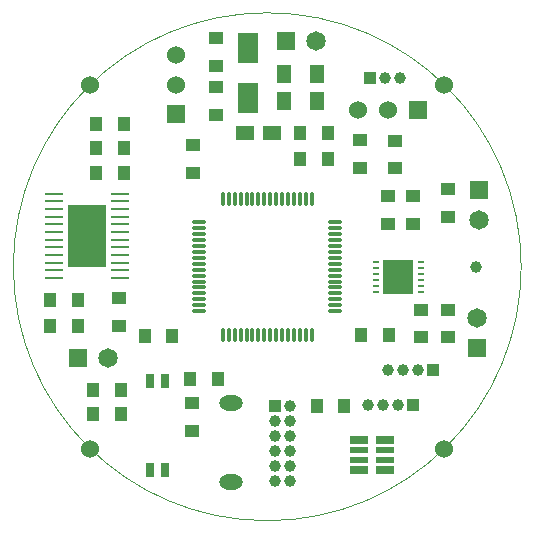
<source format=gbr>
*
*
G04 PADS 9.3 Build Number: 433611 generated Gerber (RS-274-X) file*
G04 PC Version=2.1*
*
%IN "LDC_HW_REV002_Simple2.p"*%
*
%MOIN*%
*
%FSLAX35Y35*%
*
*
*
*
G04 PC Standard Apertures*
*
*
G04 Thermal Relief Aperture macro.*
%AMTER*
1,1,$1,0,0*
1,0,$1-$2,0,0*
21,0,$3,$4,0,0,45*
21,0,$3,$4,0,0,135*
%
*
*
G04 Annular Aperture macro.*
%AMANN*
1,1,$1,0,0*
1,0,$2,0,0*
%
*
*
G04 Odd Aperture macro.*
%AMODD*
1,1,$1,0,0*
1,0,$1-0.005,0,0*
%
*
*
G04 PC Custom Aperture Macros*
*
*
*
*
*
*
G04 PC Aperture Table*
*
%ADD010C,0.001*%
%ADD012R,0.06297X0.06297*%
%ADD014R,0.05X0.06*%
%ADD015R,0.0689X0.10433*%
%ADD016O,0.01181X0.04724*%
%ADD017O,0.012X0.048*%
%ADD018O,0.048X0.012*%
%ADD019R,0.05118X0.04134*%
%ADD020R,0.03937X0.03937*%
%ADD021C,0.03937*%
%ADD022R,0.06102X0.00984*%
%ADD023R,0.12598X0.20709*%
%ADD024R,0.06X0.05*%
%ADD025R,0.04134X0.05118*%
%ADD026R,0.02362X0.00984*%
%ADD027R,0.10236X0.11811*%
%ADD028R,0.02992X0.05*%
%ADD029R,0.059X0.026*%
%ADD030R,0.059X0.02*%
%ADD031O,0.07874X0.05118*%
%ADD032C,0.06*%
%ADD033R,0.06X0.06*%
%ADD038C,0.00394*%
%ADD043C,0.06493*%
*
*
*
*
G04 PC Circuitry*
G04 Layer Name LDC_HW_REV002_Simple2.p - circuitry*
%LPD*%
*
*
G04 PC Custom Flashes*
G04 Layer Name LDC_HW_REV002_Simple2.p - flashes*
%LPD*%
*
*
G04 PC Circuitry*
G04 Layer Name LDC_HW_REV002_Simple2.p - circuitry*
%LPD*%
*
G54D10*
G54D12*
G01X399803Y469094D03*
X463780Y366535D03*
X464173Y419291D03*
X330512Y363386D03*
G54D14*
X399213Y458043D03*
Y449043D03*
X410236Y458043D03*
Y449043D03*
G54D15*
X387402Y449803D03*
Y466732D03*
G54D16*
X408465Y416339D03*
Y371063D03*
G54D17*
X406496Y416339D03*
X404528D03*
X402559D03*
X400591D03*
X398622D03*
X396654D03*
X394685D03*
X392717D03*
X390748D03*
X388780D03*
X386811D03*
X384843D03*
X382874D03*
X380906D03*
X378937D03*
Y371063D03*
X380906D03*
X382874D03*
X384843D03*
X386811D03*
X388780D03*
X390748D03*
X392717D03*
X394685D03*
X396654D03*
X398622D03*
X400591D03*
X402559D03*
X404528D03*
X406496D03*
G54D18*
X371063Y408465D03*
Y406496D03*
Y404528D03*
Y402559D03*
Y400591D03*
Y398622D03*
Y396654D03*
Y394685D03*
Y392717D03*
Y390748D03*
Y388780D03*
Y386811D03*
Y384843D03*
Y382874D03*
Y380906D03*
Y378937D03*
X416339D03*
Y380906D03*
Y382874D03*
Y384843D03*
Y386811D03*
Y388780D03*
Y390748D03*
Y392717D03*
Y394685D03*
Y396654D03*
Y398622D03*
Y400591D03*
Y402559D03*
Y404528D03*
Y406496D03*
Y408465D03*
G54D19*
X376575Y460531D03*
Y469783D03*
Y453642D03*
Y444390D03*
X444882Y370177D03*
Y379429D03*
X453937D03*
Y370177D03*
Y410335D03*
Y419587D03*
X442323Y407972D03*
Y417224D03*
X433858Y407972D03*
Y417224D03*
X424606Y435925D03*
Y426673D03*
X369094Y425098D03*
Y434350D03*
X368701Y339075D03*
Y348327D03*
X436417Y426476D03*
Y435728D03*
X344291Y383169D03*
Y373917D03*
G54D20*
X442126Y347638D03*
X396260Y347441D03*
X427953Y456496D03*
X448819Y359252D03*
G54D21*
X437126Y347638D03*
X432126D03*
X427126D03*
X396260Y342441D03*
Y337441D03*
Y332441D03*
Y327441D03*
Y322441D03*
X401260D03*
Y327441D03*
Y332441D03*
Y337441D03*
Y342441D03*
Y347441D03*
X463189Y393504D03*
X432953Y456496D03*
X437953D03*
X443819Y359252D03*
X438819D03*
X433819D03*
G54D22*
X344685Y389961D03*
Y392520D03*
Y395079D03*
Y397638D03*
Y400197D03*
Y402756D03*
Y405315D03*
Y407874D03*
Y410433D03*
Y412992D03*
Y415551D03*
Y418110D03*
X322638D03*
Y415551D03*
Y412992D03*
Y410433D03*
Y407874D03*
Y405315D03*
Y402756D03*
Y400197D03*
Y397638D03*
Y395079D03*
Y392520D03*
Y389961D03*
G54D23*
X333661Y404035D03*
G54D24*
X386445Y438386D03*
X395445D03*
G54D25*
X413878D03*
X404626D03*
X377264Y356299D03*
X368012D03*
X404626Y429724D03*
X413878D03*
X344783Y352559D03*
X335531D03*
X344783Y344488D03*
X335531D03*
X434350Y371063D03*
X425098D03*
X410138Y347441D03*
X419390D03*
X362106Y370669D03*
X352854D03*
X345965Y441339D03*
X336713D03*
X345965Y425000D03*
X336713D03*
X345965Y433268D03*
X336713D03*
X330610Y374016D03*
X321358D03*
X330610Y382677D03*
X321358D03*
G54D26*
X429921Y395276D03*
Y393307D03*
Y391339D03*
Y389370D03*
Y387402D03*
Y385433D03*
X444882D03*
Y387402D03*
Y389370D03*
Y391339D03*
Y393307D03*
Y395276D03*
G54D27*
X437402Y390354D03*
G54D28*
X354528Y355709D03*
Y325787D03*
X359528Y355709D03*
Y325787D03*
G54D29*
X424243Y336026D03*
Y325786D03*
X432843D03*
Y336026D03*
G54D30*
X424243Y332476D03*
Y329336D03*
X432843D03*
Y332476D03*
G54D31*
X381693Y348228D03*
Y321850D03*
G54D32*
X334646Y454331D03*
Y333071D03*
X452756Y454331D03*
Y333071D03*
X363189Y454331D03*
Y464173D03*
X433898Y446063D03*
X423898D03*
G54D33*
X363189Y444488D03*
X443898Y446063D03*
G54D38*
X478346Y393701D02*
G75*
G03X478346I-84645J0D01*
G54D43*
G01X409803Y469094D03*
X463780Y376535D03*
X464173Y409291D03*
X340512Y363386D03*
G74*
X0Y0D02*
M02*

</source>
